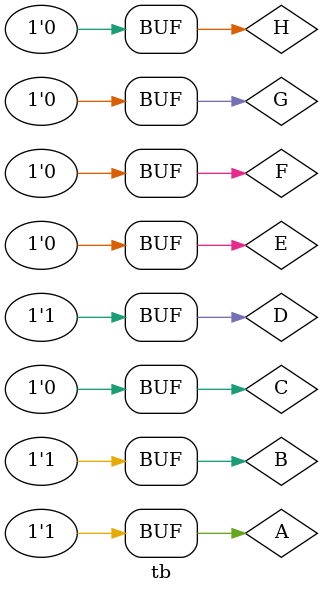
<source format=v>
`timescale 1ns / 1ps


module tb;

	// Inputs
	reg A;
	reg B;
	reg C;
	reg D;
	reg E;
	reg F;
	reg G;
	reg H;

	// Outputs
	wire out1;
	wire out2;
	wire final_out;

	// Instantiate the Unit Under Test (UUT)
	test uut (
		.A(A), 
		.B(B), 
		.C(C), 
		.D(D), 
		.E(E), 
		.F(F), 
		.G(G), 
		.H(H), 
		.out1(out1), 
		.out2(out2), 
		.final_out(final_out)
	);

	initial begin
		// Initialize Inputs
		A = 1;
		B = 1;
		C = 1;
		D = 1;
		E = 0;
		F = 0;
		G = 0;
		H = 0;

		// Wait 100 ns for global reset to finish
		#100;
        
		// Add stimulus here
		A = 1;
		B = 0;
		C = 1;
		D = 0;
		E = 0;
		F = 0;
		G = 0;
		H = 0;

		// Wait 100 ns for global reset to finish
		#100;
        
		// Add stimulus here
		A = 1;
		B = 0;
		C = 1;
		D = 1;
		E = 0;
		F = 0;
		G = 0;
		H = 0;

		// Wait 100 ns for global reset to finish
		#100;
        
		// Add stimulus here
		A = 1;
		B = 1;
		C = 0;
		D = 1;
		E = 0;
		F = 0;
		G = 0;
		H = 0;

		// Wait 100 ns for global reset to finish
		#100;
        
		// Add stimulus here

	end
      
endmodule


</source>
